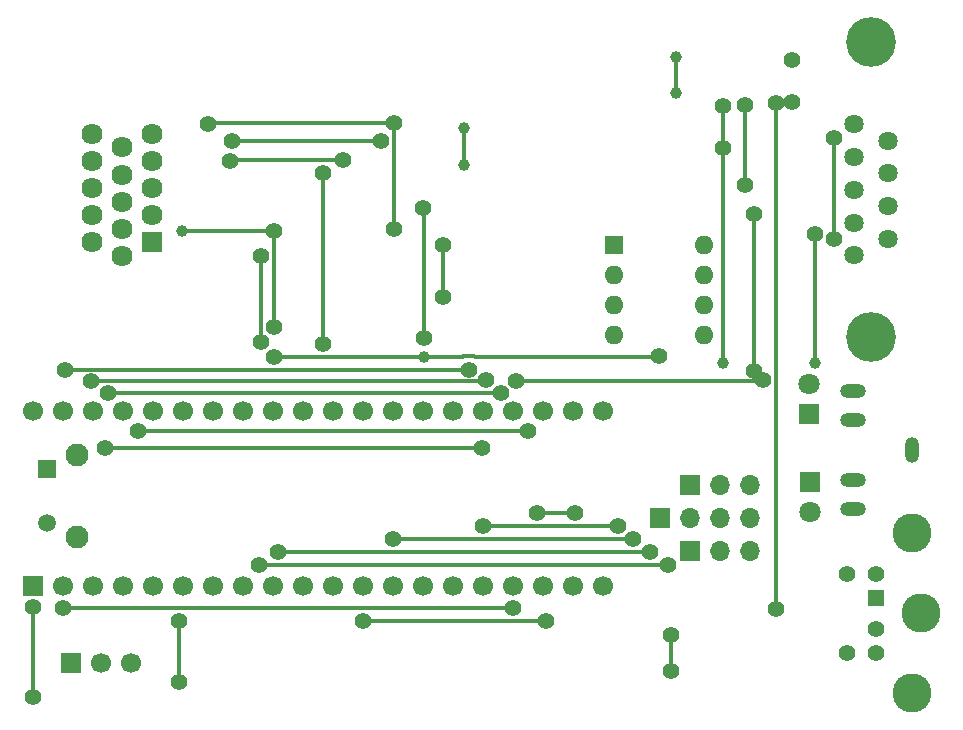
<source format=gbr>
%TF.GenerationSoftware,KiCad,Pcbnew,7.0.7*%
%TF.CreationDate,2024-07-14T10:34:44+05:00*%
%TF.ProjectId,ZXMagic F411,5a584d61-6769-4632-9046-3431312e6b69,rev?*%
%TF.SameCoordinates,Original*%
%TF.FileFunction,Copper,L1,Top*%
%TF.FilePolarity,Positive*%
%FSLAX46Y46*%
G04 Gerber Fmt 4.6, Leading zero omitted, Abs format (unit mm)*
G04 Created by KiCad (PCBNEW 7.0.7) date 2024-07-14 10:34:44*
%MOMM*%
%LPD*%
G01*
G04 APERTURE LIST*
%TA.AperFunction,ComponentPad*%
%ADD10R,1.700000X1.700000*%
%TD*%
%TA.AperFunction,ComponentPad*%
%ADD11C,1.700000*%
%TD*%
%TA.AperFunction,ComponentPad*%
%ADD12R,1.600000X1.600000*%
%TD*%
%TA.AperFunction,ComponentPad*%
%ADD13O,1.600000X1.600000*%
%TD*%
%TA.AperFunction,ComponentPad*%
%ADD14O,1.700000X1.700000*%
%TD*%
%TA.AperFunction,ComponentPad*%
%ADD15R,1.508000X1.508000*%
%TD*%
%TA.AperFunction,ComponentPad*%
%ADD16C,1.508000*%
%TD*%
%TA.AperFunction,ComponentPad*%
%ADD17C,1.950000*%
%TD*%
%TA.AperFunction,ComponentPad*%
%ADD18R,1.398000X1.398000*%
%TD*%
%TA.AperFunction,ComponentPad*%
%ADD19C,1.398000*%
%TD*%
%TA.AperFunction,ComponentPad*%
%ADD20C,3.306000*%
%TD*%
%TA.AperFunction,ComponentPad*%
%ADD21C,1.635000*%
%TD*%
%TA.AperFunction,ComponentPad*%
%ADD22C,4.216000*%
%TD*%
%TA.AperFunction,ComponentPad*%
%ADD23R,1.785000X1.785000*%
%TD*%
%TA.AperFunction,ComponentPad*%
%ADD24C,1.785000*%
%TD*%
%TA.AperFunction,ComponentPad*%
%ADD25R,1.800000X1.800000*%
%TD*%
%TA.AperFunction,ComponentPad*%
%ADD26C,1.800000*%
%TD*%
%TA.AperFunction,ComponentPad*%
%ADD27O,2.200000X1.200000*%
%TD*%
%TA.AperFunction,ComponentPad*%
%ADD28O,1.200000X2.200000*%
%TD*%
%TA.AperFunction,ComponentPad*%
%ADD29C,1.400000*%
%TD*%
%TA.AperFunction,ViaPad*%
%ADD30C,1.400000*%
%TD*%
%TA.AperFunction,ViaPad*%
%ADD31C,1.000000*%
%TD*%
%TA.AperFunction,Conductor*%
%ADD32C,0.300000*%
%TD*%
%TA.AperFunction,Conductor*%
%ADD33C,0.350000*%
%TD*%
%TA.AperFunction,Conductor*%
%ADD34C,0.500000*%
%TD*%
G04 APERTURE END LIST*
D10*
%TO.P,A1,1,B12*%
%TO.N,/CLK_PAD*%
X61499950Y-69400000D03*
D11*
%TO.P,A1,2,B13*%
%TO.N,Net-(A1-B13)*%
X64039950Y-69400000D03*
%TO.P,A1,3,B14*%
%TO.N,Net-(A1-B14)*%
X66579950Y-69400000D03*
%TO.P,A1,4,B15*%
%TO.N,Net-(A1-B15)*%
X69119950Y-69400000D03*
%TO.P,A1,5,A8*%
%TO.N,/Latch_PAD*%
X71659950Y-69400000D03*
%TO.P,A1,6,A9*%
%TO.N,unconnected-(A1-A9-Pad6)*%
X74199950Y-69400000D03*
%TO.P,A1,7,A10*%
%TO.N,Net-(A1-A10)*%
X76739950Y-69400000D03*
%TO.P,A1,8,A11*%
%TO.N,Net-(A1-A11)*%
X79279950Y-69400000D03*
%TO.P,A1,9,A12*%
%TO.N,unconnected-(A1-A12-Pad9)*%
X81819950Y-69400000D03*
%TO.P,A1,10,A15*%
%TO.N,/H_SYNC*%
X84359950Y-69400000D03*
%TO.P,A1,11,B3*%
%TO.N,/BLANK*%
X86899950Y-69400000D03*
%TO.P,A1,12,B4*%
%TO.N,/Data_PAD*%
X89439950Y-69400000D03*
%TO.P,A1,13,B5*%
%TO.N,/CHA(Left)*%
X91979950Y-69400000D03*
%TO.P,A1,14,B6*%
%TO.N,/V_SYNC*%
X94519950Y-69400000D03*
%TO.P,A1,15,B7*%
%TO.N,/INV*%
X97059950Y-69400000D03*
%TO.P,A1,16,B8*%
%TO.N,/BEEPER*%
X99599950Y-69400000D03*
%TO.P,A1,17,B9*%
%TO.N,Net-(A1-B13)*%
X102139950Y-69400000D03*
%TO.P,A1,18,+5V*%
%TO.N,/5V*%
X104679950Y-69400000D03*
%TO.P,A1,19,GND*%
%TO.N,GNDD*%
X107219950Y-69400000D03*
%TO.P,A1,20,+3v3*%
%TO.N,/3v3*%
X109759950Y-69400000D03*
%TO.P,A1,21,VBAT*%
%TO.N,/VBAT*%
X109760000Y-54600000D03*
%TO.P,A1,22,C13*%
%TO.N,/SD_CS*%
X107220000Y-54600000D03*
%TO.P,A1,23,C14*%
%TO.N,unconnected-(A1-C14-Pad23)*%
X104680000Y-54600000D03*
%TO.P,A1,24,C15*%
%TO.N,unconnected-(A1-C15-Pad24)*%
X102140000Y-54600000D03*
%TO.P,A1,25,RST*%
%TO.N,/RESET*%
X99600000Y-54600000D03*
%TO.P,A1,26,A0*%
%TO.N,Net-(A1-A0)*%
X97060000Y-54600000D03*
%TO.P,A1,27,A1*%
%TO.N,Net-(A1-A1)*%
X94520000Y-54600000D03*
%TO.P,A1,28,A2*%
%TO.N,Net-(A1-A2)*%
X91980000Y-54600000D03*
%TO.P,A1,29,A3*%
%TO.N,Net-(A1-A3)*%
X89440000Y-54600000D03*
%TO.P,A1,30,A4*%
%TO.N,Net-(A1-A4)*%
X86900000Y-54600000D03*
%TO.P,A1,31,A5*%
%TO.N,Net-(A1-A5)*%
X84360000Y-54600000D03*
%TO.P,A1,32,A6*%
%TO.N,Net-(A1-A6)*%
X81820000Y-54600000D03*
%TO.P,A1,33,A7*%
%TO.N,/FLASH*%
X79280000Y-54600000D03*
%TO.P,A1,34,B0*%
%TO.N,/CHB(Middle)*%
X76740000Y-54600000D03*
%TO.P,A1,35,B1*%
%TO.N,/CHC(Right)*%
X74200000Y-54600000D03*
%TO.P,A1,36,B2*%
%TO.N,unconnected-(A1-B2-Pad36)*%
X71660000Y-54600000D03*
%TO.P,A1,37,B10*%
%TO.N,/SD_CLK*%
X69120000Y-54600000D03*
%TO.P,A1,38,+3v3*%
%TO.N,/3v3*%
X66580000Y-54600000D03*
%TO.P,A1,39,GND*%
%TO.N,GNDD*%
X64040000Y-54600000D03*
%TO.P,A1,40,+5V*%
%TO.N,/5V*%
X61500000Y-54599950D03*
%TD*%
D12*
%TO.P,U1,1*%
%TO.N,Net-(R13-Pad2)*%
X110668000Y-40584600D03*
D13*
%TO.P,U1,2,-*%
%TO.N,Net-(U1A--)*%
X110668000Y-43124600D03*
%TO.P,U1,3,+*%
%TO.N,Net-(U1A-+)*%
X110668000Y-45664600D03*
%TO.P,U1,4,V-*%
%TO.N,GNDD*%
X110668000Y-48204600D03*
%TO.P,U1,5,+*%
%TO.N,Net-(U1A-+)*%
X118288000Y-48204600D03*
%TO.P,U1,6,-*%
%TO.N,Net-(U1B--)*%
X118288000Y-45664600D03*
%TO.P,U1,7*%
%TO.N,Net-(R14-Pad2)*%
X118288000Y-43124600D03*
%TO.P,U1,8,V+*%
%TO.N,/SOUND5V*%
X118288000Y-40584600D03*
%TD*%
D10*
%TO.P,REF\u002A\u002A,1*%
%TO.N,Net-(C1-Pad2)*%
X117129600Y-66484600D03*
D14*
%TO.P,REF\u002A\u002A,2*%
%TO.N,/CHB(Middle)*%
X119669600Y-66484600D03*
%TO.P,REF\u002A\u002A,3*%
%TO.N,Net-(C2-Pad2)*%
X122209600Y-66484600D03*
%TD*%
D10*
%TO.P,REF\u002A\u002A,1*%
%TO.N,/CHA(Left)*%
X117129600Y-60896600D03*
D14*
%TO.P,REF\u002A\u002A,2*%
%TO.N,/CHB(Middle)*%
X119669600Y-60896600D03*
%TO.P,REF\u002A\u002A,3*%
%TO.N,/CHC(Right)*%
X122209600Y-60896600D03*
%TD*%
D10*
%TO.P,RV1,1,1*%
%TO.N,Net-(J6-Pad13)*%
X64755000Y-75915000D03*
D11*
%TO.P,RV1,2,2*%
X67295000Y-75915000D03*
%TO.P,RV1,3,3*%
%TO.N,/H_SYNC*%
X69835000Y-75915000D03*
%TD*%
D12*
%TO.P,Soket,1*%
%TO.N,N/C*%
X110668000Y-40584600D03*
D13*
%TO.P,Soket,2*%
X110668000Y-43124600D03*
%TO.P,Soket,3*%
X110668000Y-45664600D03*
%TO.P,Soket,4*%
X110668000Y-48204600D03*
%TO.P,Soket,5*%
X118288000Y-48204600D03*
%TO.P,Soket,6*%
X118288000Y-45664600D03*
%TO.P,Soket,7*%
X118288000Y-43124600D03*
%TO.P,Soket,8*%
X118288000Y-40584600D03*
%TD*%
D15*
%TO.P,SW1,1,A*%
%TO.N,GNDD*%
X62687400Y-59525035D03*
D16*
%TO.P,SW1,2,B*%
%TO.N,/RESET*%
X62687400Y-64075035D03*
D17*
%TO.P,SW1,S1*%
%TO.N,N/C*%
X65187400Y-58300035D03*
%TO.P,SW1,S2*%
X65187400Y-65300035D03*
%TD*%
D10*
%TO.P,REF\u002A\u002A,1*%
%TO.N,/BEEPER*%
X114579600Y-63690600D03*
D14*
%TO.P,REF\u002A\u002A,2*%
%TO.N,/CHA(Left)*%
X117119600Y-63690600D03*
%TO.P,REF\u002A\u002A,3*%
%TO.N,/CHB(Middle)*%
X119659600Y-63690600D03*
%TO.P,REF\u002A\u002A,4*%
%TO.N,/CHC(Right)*%
X122199600Y-63690600D03*
%TD*%
D18*
%TO.P,J4,1*%
%TO.N,Net-(A1-A10)*%
X132890000Y-70430000D03*
D19*
%TO.P,J4,2*%
%TO.N,unconnected-(J4-Pad2)*%
X132890000Y-73030000D03*
%TO.P,J4,3*%
%TO.N,GNDD*%
X132890000Y-68380000D03*
%TO.P,J4,4*%
%TO.N,/5V*%
X132890000Y-75080000D03*
%TO.P,J4,5*%
%TO.N,unconnected-(J4-Pad5)*%
X130400000Y-68380000D03*
%TO.P,J4,6*%
%TO.N,unconnected-(J4-Pad6)*%
X130400000Y-75080000D03*
D20*
%TO.P,J4,S1*%
%TO.N,N/C*%
X136700000Y-71730000D03*
%TO.P,J4,S2*%
X135890000Y-78490000D03*
%TO.P,J4,S3*%
X135890000Y-64970000D03*
%TD*%
D21*
%TO.P,J3,1,1*%
%TO.N,unconnected-(J3-Pad1)*%
X131030000Y-41420000D03*
%TO.P,J3,2,2*%
%TO.N,/Data_PAD*%
X131030000Y-38650000D03*
%TO.P,J3,3,3*%
%TO.N,/Latch_PAD*%
X131030000Y-35880000D03*
%TO.P,J3,4,4*%
%TO.N,/CLK_PAD*%
X131030000Y-33110000D03*
%TO.P,J3,5,5*%
%TO.N,unconnected-(J3-Pad5)*%
X131030000Y-30340000D03*
%TO.P,J3,6,6*%
%TO.N,/5V*%
X133870000Y-40035000D03*
%TO.P,J3,7,7*%
%TO.N,unconnected-(J3-Pad7)*%
X133870000Y-37265000D03*
%TO.P,J3,8,8*%
%TO.N,GNDD*%
X133870000Y-34495000D03*
%TO.P,J3,9,9*%
%TO.N,/Latch_PAD2*%
X133870000Y-31725000D03*
D22*
%TO.P,J3,SHELL*%
%TO.N,N/C*%
X132450000Y-48375000D03*
%TO.P,J3,SHELL1*%
X132450000Y-23385000D03*
%TD*%
D23*
%TO.P,J6,1*%
%TO.N,Net-(J6-Pad1)*%
X71540000Y-40315000D03*
D24*
%TO.P,J6,2*%
%TO.N,Net-(J6-Pad2)*%
X71540000Y-38025000D03*
%TO.P,J6,3*%
%TO.N,Net-(J6-Pad3)*%
X71540000Y-35735000D03*
%TO.P,J6,4*%
%TO.N,unconnected-(J6-Pad4)*%
X71540000Y-33445000D03*
%TO.P,J6,5*%
%TO.N,GNDD*%
X71540000Y-31155000D03*
%TO.P,J6,6*%
X69000000Y-41455000D03*
%TO.P,J6,7*%
X69000000Y-39165000D03*
%TO.P,J6,8*%
X69000000Y-36875000D03*
%TO.P,J6,9*%
%TO.N,unconnected-(J6-Pad9)*%
X69000000Y-34585000D03*
%TO.P,J6,10*%
%TO.N,GNDD*%
X69000000Y-32295000D03*
%TO.P,J6,11*%
%TO.N,unconnected-(J6-Pad11)*%
X66460000Y-40315000D03*
%TO.P,J6,12*%
%TO.N,unconnected-(J6-Pad12)*%
X66460000Y-38025000D03*
%TO.P,J6,13*%
%TO.N,Net-(J6-Pad13)*%
X66460000Y-35735000D03*
%TO.P,J6,14*%
%TO.N,Net-(J6-Pad14)*%
X66460000Y-33445000D03*
%TO.P,J6,15*%
%TO.N,unconnected-(J6-Pad15)*%
X66460000Y-31155000D03*
%TD*%
D25*
%TO.P,D5,1,K*%
%TO.N,Net-(D5-K)*%
X127178000Y-54831000D03*
D26*
%TO.P,D5,2,A*%
%TO.N,/5V*%
X127178000Y-52291000D03*
%TD*%
D27*
%TO.P,J1,R*%
%TO.N,Net-(C2-Pad2)*%
X130910000Y-62910000D03*
%TO.P,J1,RN*%
%TO.N,N/C*%
X130910000Y-60410000D03*
D28*
%TO.P,J1,S*%
%TO.N,GNDD*%
X135910000Y-57910000D03*
D27*
%TO.P,J1,T*%
%TO.N,Net-(C1-Pad2)*%
X130910000Y-52910000D03*
%TO.P,J1,TN*%
%TO.N,N/C*%
X130910000Y-55410000D03*
%TD*%
D25*
%TO.P,D4,1,K*%
%TO.N,GNDD*%
X127300000Y-60655000D03*
D26*
%TO.P,D4,2,A*%
%TO.N,Net-(D4-A)*%
X127300000Y-63195000D03*
%TD*%
D29*
%TO.P,CMOS CR12220,1*%
%TO.N,/VBAT*%
X125725000Y-28475000D03*
%TO.P,CMOS CR12220,2*%
%TO.N,GNDD*%
X125725000Y-24875000D03*
%TD*%
D30*
%TO.N,/CHB(Middle)*%
X82210000Y-66540500D03*
X113780000Y-66540000D03*
%TO.N,/CHC(Right)*%
X80650000Y-67620000D03*
X115269666Y-67617531D03*
%TO.N,/SD_CLK*%
X99844021Y-52000500D03*
X66400000Y-52100000D03*
%TO.N,/3v3*%
X81900500Y-47510000D03*
D31*
X74150000Y-39380000D03*
D30*
X76350000Y-30275000D03*
X81880000Y-39380000D03*
X92105500Y-30220000D03*
X92090000Y-39170000D03*
D31*
%TO.N,GNDD*%
X115900000Y-27645000D03*
X94640500Y-50010000D03*
D30*
X119960000Y-32342500D03*
X104180000Y-63240500D03*
X114460000Y-49925500D03*
D31*
X115900000Y-24600000D03*
D30*
X107420000Y-63240500D03*
X119960000Y-28775000D03*
X78160000Y-33410000D03*
D31*
X98010000Y-30620000D03*
D30*
X87770000Y-33380000D03*
D31*
X98010000Y-33750000D03*
X119960000Y-50570000D03*
D30*
X81900000Y-50010000D03*
%TO.N,/CLK_PAD*%
X61520000Y-71200000D03*
X61500000Y-78800000D03*
%TO.N,Net-(A1-B13)*%
X102150000Y-71300000D03*
X64040000Y-71310000D03*
%TO.N,Net-(A1-B14)*%
X98400000Y-51100000D03*
X64200000Y-51100000D03*
%TO.N,Net-(A1-B15)*%
X67850000Y-53100000D03*
X101123372Y-53115184D03*
%TO.N,/Latch_PAD*%
X122570000Y-37960000D03*
X70400000Y-56280000D03*
X122550000Y-51254500D03*
X123315500Y-52020000D03*
X103380000Y-56310000D03*
X102390594Y-52059406D03*
%TO.N,Net-(A1-A10)*%
X115547809Y-73575000D03*
X115542358Y-76607642D03*
X73825000Y-77550000D03*
X73850000Y-72409500D03*
%TO.N,/Data_PAD*%
X89439950Y-72409500D03*
X104923970Y-72401029D03*
%TO.N,/CHA(Left)*%
X112321595Y-65420597D03*
X91979950Y-65430500D03*
%TO.N,/BEEPER*%
X110990027Y-64330500D03*
X99599950Y-64330500D03*
%TO.N,Net-(U3-Za)*%
X96190000Y-44930000D03*
X96200000Y-40570500D03*
%TO.N,Net-(U3-Zb)*%
X94552044Y-37394151D03*
X94640500Y-48450000D03*
%TO.N,Net-(U3-Zd)*%
X86030887Y-48910500D03*
X86060000Y-34490000D03*
D31*
%TO.N,/5V*%
X127686000Y-50508000D03*
D30*
X121750000Y-35500000D03*
X129360000Y-31500000D03*
X127686000Y-39586000D03*
X121750000Y-28725000D03*
X129360000Y-40035000D03*
%TO.N,/Latch_PAD2*%
X78382109Y-31740000D03*
X90940000Y-31740000D03*
%TO.N,Net-(U2-Pad1)*%
X80790000Y-41470000D03*
X80790000Y-48770000D03*
%TO.N,/VBAT*%
X124441034Y-71400000D03*
X124450000Y-28490000D03*
%TO.N,/RESET*%
X67570500Y-57760000D03*
X99550000Y-57750000D03*
%TD*%
D32*
%TO.N,/CHB(Middle)*%
X113770000Y-66530000D02*
X113780000Y-66540000D01*
X82210000Y-66540500D02*
X82220500Y-66530000D01*
X82220500Y-66530000D02*
X113770000Y-66530000D01*
%TO.N,/CHC(Right)*%
X115247197Y-67640000D02*
X80670000Y-67640000D01*
X115269666Y-67617531D02*
X115247197Y-67640000D01*
X80670000Y-67640000D02*
X80650000Y-67620000D01*
%TO.N,/SD_CLK*%
X99844021Y-52000500D02*
X99744521Y-52100000D01*
X99744521Y-52100000D02*
X66550000Y-52100000D01*
%TO.N,/3v3*%
X92105500Y-30220000D02*
X92105500Y-39154500D01*
X92105500Y-39154500D02*
X92090000Y-39170000D01*
X92085500Y-30240000D02*
X92105500Y-30220000D01*
X81890000Y-47499500D02*
X81900500Y-47510000D01*
X81880000Y-39380000D02*
X81890000Y-39390000D01*
X76350000Y-30275000D02*
X76385000Y-30240000D01*
X76385000Y-30240000D02*
X92085500Y-30240000D01*
X81880000Y-39380000D02*
X81651000Y-39380000D01*
X81890000Y-39390000D02*
X81890000Y-47499500D01*
X74150000Y-39380000D02*
X81880000Y-39380000D01*
%TO.N,GNDD*%
X119960000Y-28775000D02*
X119960000Y-32342500D01*
D33*
X87770000Y-33380000D02*
X87755000Y-33365000D01*
X98865991Y-49975000D02*
X97934009Y-49975000D01*
X78205000Y-33365000D02*
X78160000Y-33410000D01*
D32*
X119960000Y-50570000D02*
X119960000Y-32342500D01*
X107420000Y-63240500D02*
X104180000Y-63240500D01*
D33*
X98010000Y-30620000D02*
X98010000Y-33750000D01*
X97899009Y-50010000D02*
X94640500Y-50010000D01*
D32*
X94640500Y-50010000D02*
X81660000Y-50010000D01*
D33*
X98900991Y-50010000D02*
X98865991Y-49975000D01*
D32*
X107420000Y-63240500D02*
X107419500Y-63240000D01*
X115900000Y-24600000D02*
X115900000Y-27645000D01*
D33*
X114375500Y-50010000D02*
X98900991Y-50010000D01*
X114460000Y-49925500D02*
X114375500Y-50010000D01*
X87755000Y-33365000D02*
X78205000Y-33365000D01*
X97934009Y-49975000D02*
X97899009Y-50010000D01*
D32*
%TO.N,/CLK_PAD*%
X61500000Y-78800000D02*
X61500000Y-71220000D01*
X61500000Y-71220000D02*
X61520000Y-71200000D01*
%TO.N,Net-(A1-B13)*%
X102140000Y-71310000D02*
X102150000Y-71300000D01*
X64040000Y-71310000D02*
X102140000Y-71310000D01*
%TO.N,Net-(A1-B14)*%
X64510000Y-51100000D02*
X98470000Y-51100000D01*
%TO.N,Net-(A1-B15)*%
X101108188Y-53100000D02*
X101123372Y-53115184D01*
X67850000Y-53100000D02*
X101108188Y-53100000D01*
%TO.N,/Latch_PAD*%
X123315500Y-52020000D02*
X123295500Y-52040000D01*
X70430000Y-56310000D02*
X103380000Y-56310000D01*
X123295500Y-52040000D02*
X102410000Y-52040000D01*
X122570000Y-51234500D02*
X122570000Y-37960000D01*
X102410000Y-52040000D02*
X102390594Y-52059406D01*
X70400000Y-56280000D02*
X70430000Y-56310000D01*
X122550000Y-51254500D02*
X122570000Y-51234500D01*
%TO.N,Net-(A1-A10)*%
X73850000Y-72409500D02*
X73850000Y-77525000D01*
X73850000Y-77525000D02*
X73825000Y-77550000D01*
X115550000Y-73577191D02*
X115550000Y-76600000D01*
X115550000Y-76600000D02*
X115542358Y-76607642D01*
X115547809Y-73575000D02*
X115550000Y-73577191D01*
%TO.N,/Data_PAD*%
X104923970Y-72401029D02*
X104922941Y-72400000D01*
X89449450Y-72400000D02*
X89439950Y-72409500D01*
X104922941Y-72400000D02*
X89449450Y-72400000D01*
%TO.N,/CHA(Left)*%
X112312192Y-65430000D02*
X112321595Y-65420597D01*
X91980450Y-65430000D02*
X112312192Y-65430000D01*
X91979950Y-65430500D02*
X91980450Y-65430000D01*
%TO.N,/BEEPER*%
X110990027Y-64330500D02*
X110980527Y-64340000D01*
X99609450Y-64340000D02*
X99599950Y-64330500D01*
X110980527Y-64340000D02*
X99609450Y-64340000D01*
%TO.N,Net-(U3-Za)*%
X96140000Y-44930000D02*
X96200000Y-44870000D01*
X96200000Y-44870000D02*
X96200000Y-40570500D01*
%TO.N,Net-(U3-Zb)*%
X94640000Y-48449500D02*
X94640000Y-37482107D01*
X94640000Y-37482107D02*
X94552044Y-37394151D01*
X94640500Y-48450000D02*
X94640000Y-48449500D01*
%TO.N,Net-(U3-Zd)*%
X86060000Y-34490000D02*
X86060000Y-48881387D01*
X86060000Y-48881387D02*
X86030887Y-48910500D01*
%TO.N,/5V*%
X127686000Y-39586000D02*
X127686000Y-50508000D01*
X129360000Y-40035000D02*
X129360000Y-31500000D01*
X121750000Y-35500000D02*
X121750000Y-28725000D01*
%TO.N,/Latch_PAD2*%
X90940000Y-31740000D02*
X78384218Y-31740000D01*
X78384218Y-31740000D02*
X78382109Y-31742109D01*
%TO.N,Net-(U2-Pad1)*%
X80790000Y-41470000D02*
X80790000Y-48770000D01*
D33*
%TO.N,/VBAT*%
X124440000Y-71398966D02*
X124441034Y-71400000D01*
X124440000Y-28500000D02*
X124440000Y-71398966D01*
D32*
X124450000Y-28490000D02*
X124440000Y-28500000D01*
%TO.N,/RESET*%
X67570500Y-57760000D02*
X99540000Y-57760000D01*
D34*
X99540000Y-57760000D02*
X99550000Y-57750000D01*
%TD*%
M02*

</source>
